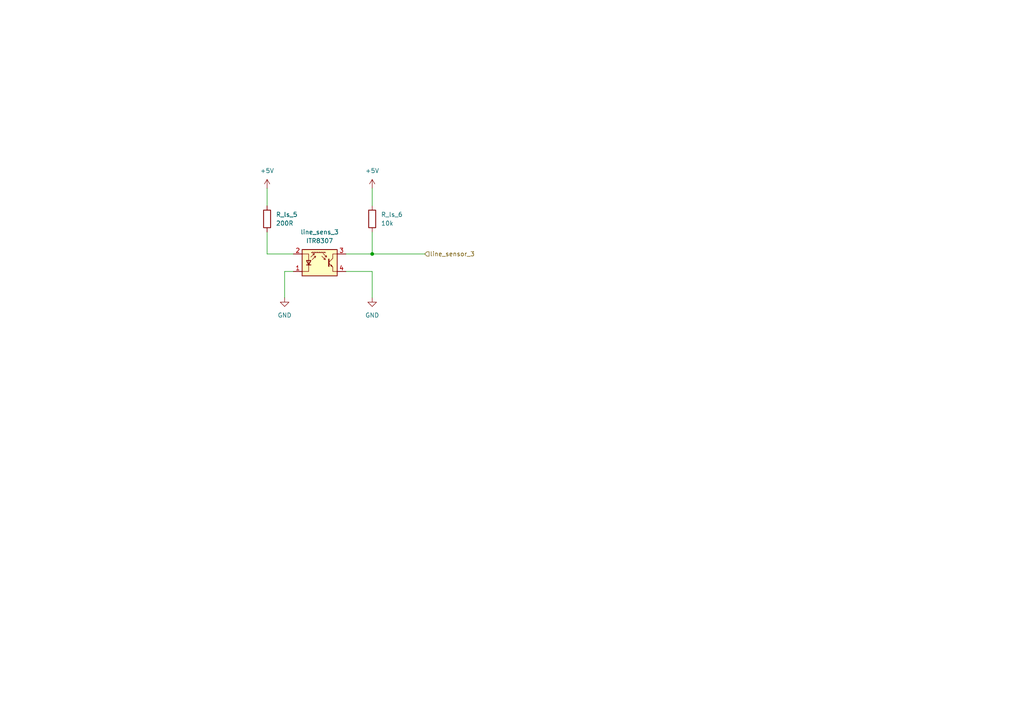
<source format=kicad_sch>
(kicad_sch (version 20250114) (generator "eeschema") (generator_version "9.0")
  (paper "A4")
  (lib_symbols
    (symbol "Device:R" (pin_numbers (hide yes)) (pin_names (offset 0))
      (property "Reference" "R" (at 2.032 0 90))
      (property "Value" "R" (at 0 0 90))
      (symbol "R_0_1"
        (rectangle (start -1.016 -2.54) (end 1.016 2.54) (stroke (width 0.254)))
      )
      (symbol "R_1_1"
        (pin passive line (at 0 3.81 270) (length 1.27) (name "~") (number "1"))
        (pin passive line (at 0 -3.81 90) (length 1.27) (name "~") (number "2"))
      )
    )
    (symbol "Sensor_Proximity:ITR8307" (pin_names (offset 0.0254) (hide yes))
      (property "Reference" "U" (at -5.08 5.08 0))
      (property "Value" "ITR8307" (at 7.62 5.08 0))
      (symbol "ITR8307_0_1"
        (polyline (pts (xy -5.08 -2.54) (xy -3.175 -2.54) (xy -3.175 2.54) (xy -5.08 2.54)))
        (polyline (pts (xy -5.08 -3.81) (xy 5.08 -3.81) (xy 5.08 3.81) (xy -5.08 3.81) (xy -5.08 -3.81)) (stroke (width 0.254)) (fill (type background)))
        (polyline (pts (xy -3.81 -0.635) (xy -2.54 -0.635)) (stroke (width 0.254)))
        (polyline (pts (xy -3.175 -0.635) (xy -3.81 0.635) (xy -2.54 0.635) (xy -3.175 -0.635)) (stroke (width 0.254)))
        (polyline (pts (xy -2.54 1.651) (xy -1.524 2.667) (xy -2.032 2.54)))
        (polyline (pts (xy -2.286 2.921) (xy -2.032 3.175)))
        (polyline (pts (xy -2.159 0.889) (xy -1.143 1.905) (xy -1.651 1.778)))
        (polyline (pts (xy -1.778 2.921) (xy -1.524 3.175)))
        (polyline (pts (xy -1.524 2.667) (xy -1.651 2.159)))
        (polyline (pts (xy -1.27 2.921) (xy -1.016 3.175)))
        (polyline (pts (xy -1.143 1.905) (xy -1.27 1.397)))
        (polyline (pts (xy -0.762 2.921) (xy -0.508 3.175)))
        (polyline (pts (xy -0.254 2.921) (xy 0 3.175)))
        (polyline (pts (xy 0.254 2.921) (xy 0.508 3.175)))
        (polyline (pts (xy 0.635 1.905) (xy 1.651 0.889) (xy 1.524 1.397)))
        (polyline (pts (xy 0.762 2.921) (xy 1.016 3.175)))
        (polyline (pts (xy 1.016 2.667) (xy 2.032 1.651) (xy 1.905 2.159)))
        (polyline (pts (xy 1.27 2.921) (xy 1.524 3.175)))
        (polyline (pts (xy 1.651 0.889) (xy 1.143 1.016)))
        (polyline (pts (xy 1.778 2.921) (xy -2.413 2.921)))
        (polyline (pts (xy 2.032 1.651) (xy 1.524 1.778)))
        (polyline (pts (xy 2.667 1.016) (xy 2.667 -1.016) (xy 2.667 -1.016)) (stroke (width 0.3556)))
        (polyline (pts (xy 2.667 0.127) (xy 3.81 1.27)))
        (polyline (pts (xy 2.667 -0.127) (xy 3.81 -1.27)))
        (polyline (pts (xy 3.683 -1.143) (xy 3.429 -0.635) (xy 3.175 -0.889) (xy 3.683 -1.143)))
        (polyline (pts (xy 3.81 1.27) (xy 3.81 2.54) (xy 5.08 2.54)))
        (polyline (pts (xy 3.81 -1.27) (xy 3.81 -2.54) (xy 5.08 -2.54)))
      )
      (symbol "ITR8307_1_1"
        (pin passive line (at -7.62 2.54 0) (length 2.54) (name "A") (number "2"))
        (pin passive line (at -7.62 -2.54 0) (length 2.54) (name "K") (number "1"))
        (pin open_collector line (at 7.62 2.54 180) (length 2.54) (name "C") (number "3"))
        (pin open_emitter line (at 7.62 -2.54 180) (length 2.54) (name "E") (number "4"))
      )
    )
    (symbol "power:+5V" (power) (pin_numbers (hide yes)) (pin_names (offset 0) (hide yes))
      (property "Value" "+5V" (at 0 3.556 0))
      (symbol "+5V_0_1"
        (polyline (pts (xy -0.762 1.27) (xy 0 2.54)))
        (polyline (pts (xy 0 2.54) (xy 0.762 1.27)))
        (polyline (pts (xy 0 0) (xy 0 2.54)))
      )
      (symbol "+5V_1_1"
        (pin power_in line (at 0 0 90) (length 0) (name "~") (number "1"))
      )
    )
    (symbol "power:GND" (power) (pin_numbers (hide yes)) (pin_names (offset 0) (hide yes))
      (property "Value" "GND" (at 0 -3.81 0))
      (symbol "GND_0_1"
        (polyline (pts (xy 0 0) (xy 0 -1.27) (xy 1.27 -1.27) (xy 0 -2.54) (xy -1.27 -1.27) (xy 0 -1.27)))
      )
      (symbol "GND_1_1"
        (pin power_in line (at 0 0 270) (length 0) (name "~") (number "1"))
      )
    )
  )
  (junction (at 107.95 73.66))
  (wire (pts (xy 77.47 67.31) (xy 77.47 73.66)))
  (wire (pts (xy 100.33 78.74) (xy 107.95 78.74)))
  (wire (pts (xy 107.95 67.31) (xy 107.95 73.66)))
  (wire (pts (xy 82.55 78.74) (xy 82.55 86.36)))
  (wire (pts (xy 77.47 73.66) (xy 85.09 73.66)))
  (wire (pts (xy 107.95 78.74) (xy 107.95 86.36)))
  (wire (pts (xy 107.95 54.61) (xy 107.95 59.69)))
  (wire (pts (xy 107.95 73.66) (xy 100.33 73.66)))
  (wire (pts (xy 82.55 78.74) (xy 85.09 78.74)))
  (wire (pts (xy 107.95 73.66) (xy 123.19 73.66)))
  (wire (pts (xy 77.47 54.61) (xy 77.47 59.69)))
  (hierarchical_label "line_sensor_3" (shape input) (at 123.19 73.66 0))
  (symbol (lib_id "Sensor_Proximity:ITR8307") (at 92.71 76.2 0) (unit 1)
    (property "Reference" "line_sens_3" (at 92.71 67.31 0))
    (property "Value" "ITR8307" (at 92.71 69.85 0))
    (property "Footprint" "OptoDevice:Everlight_ITR8307" (effects (hide yes)))
    (property "Datasheet" "http://www.everlight.com/file/ProductFile/ITR8307.pdf" (effects (hide yes)))
    (property "Description" "Subminiature Reflective Optical Sensor, SMD-package with PCB-cutout" (effects (hide yes)))
  )
  (symbol (lib_id "power:GND") (at 107.95 86.36 0) (unit 1)
    (property "Reference" "#PWR054" (effects (hide yes)))
    (property "Value" "GND" (at 107.95 91.44 0))
    (property "Description" "Power symbol creates a global label with name \"GND\" , ground" (effects (hide yes)))
  )
  (symbol (lib_id "Device:R") (at 77.47 63.5 0) (unit 1)
    (property "Reference" "R_ls_5" (at 80.01 62.2299 0) (effects (justify left)))
    (property "Value" "200R" (at 80.01 64.7699 0) (effects (justify left)))
    (property "Footprint" "Resistor_SMD:R_0805_2012Metric" (effects (hide yes)))
    (property "Description" "Resistor" (effects (hide yes)))
  )
  (symbol (lib_id "power:+5V") (at 77.47 54.61 0) (unit 1)
    (property "Reference" "#PWR051" (effects (hide yes)))
    (property "Value" "+5V" (at 77.47 49.53 0))
    (property "Description" "Power symbol creates a global label with name \"+5V\"" (effects (hide yes)))
  )
  (symbol (lib_id "power:+5V") (at 107.95 54.61 0) (unit 1)
    (property "Reference" "#PWR053" (effects (hide yes)))
    (property "Value" "+5V" (at 107.95 49.53 0))
    (property "Description" "Power symbol creates a global label with name \"+5V\"" (effects (hide yes)))
  )
  (symbol (lib_id "power:GND") (at 82.55 86.36 0) (unit 1)
    (property "Reference" "#PWR052" (effects (hide yes)))
    (property "Value" "GND" (at 82.55 91.44 0))
    (property "Description" "Power symbol creates a global label with name \"GND\" , ground" (effects (hide yes)))
  )
  (symbol (lib_id "Device:R") (at 107.95 63.5 0) (unit 1)
    (property "Reference" "R_ls_6" (at 110.49 62.2299 0) (effects (justify left)))
    (property "Value" "10k" (at 110.49 64.7699 0) (effects (justify left)))
    (property "Footprint" "Resistor_SMD:R_0805_2012Metric" (effects (hide yes)))
    (property "Description" "Resistor" (effects (hide yes)))
  )
)
</source>
